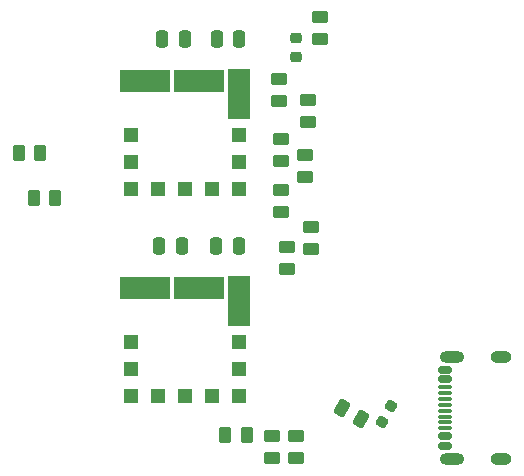
<source format=gbr>
%TF.GenerationSoftware,KiCad,Pcbnew,8.0.3*%
%TF.CreationDate,2024-06-19T18:36:13+09:00*%
%TF.ProjectId,USB_power,5553425f-706f-4776-9572-2e6b69636164,rev?*%
%TF.SameCoordinates,PX77e7cd0PY83695b8*%
%TF.FileFunction,Paste,Top*%
%TF.FilePolarity,Positive*%
%FSLAX46Y46*%
G04 Gerber Fmt 4.6, Leading zero omitted, Abs format (unit mm)*
G04 Created by KiCad (PCBNEW 8.0.3) date 2024-06-19 18:36:13*
%MOMM*%
%LPD*%
G01*
G04 APERTURE LIST*
G04 Aperture macros list*
%AMRoundRect*
0 Rectangle with rounded corners*
0 $1 Rounding radius*
0 $2 $3 $4 $5 $6 $7 $8 $9 X,Y pos of 4 corners*
0 Add a 4 corners polygon primitive as box body*
4,1,4,$2,$3,$4,$5,$6,$7,$8,$9,$2,$3,0*
0 Add four circle primitives for the rounded corners*
1,1,$1+$1,$2,$3*
1,1,$1+$1,$4,$5*
1,1,$1+$1,$6,$7*
1,1,$1+$1,$8,$9*
0 Add four rect primitives between the rounded corners*
20,1,$1+$1,$2,$3,$4,$5,0*
20,1,$1+$1,$4,$5,$6,$7,0*
20,1,$1+$1,$6,$7,$8,$9,0*
20,1,$1+$1,$8,$9,$2,$3,0*%
G04 Aperture macros list end*
%ADD10RoundRect,0.250000X-0.262500X-0.450000X0.262500X-0.450000X0.262500X0.450000X-0.262500X0.450000X0*%
%ADD11RoundRect,0.250000X-0.450000X0.262500X-0.450000X-0.262500X0.450000X-0.262500X0.450000X0.262500X0*%
%ADD12RoundRect,0.250000X0.450000X-0.262500X0.450000X0.262500X-0.450000X0.262500X-0.450000X-0.262500X0*%
%ADD13O,1.800000X1.000000*%
%ADD14O,2.100000X1.000000*%
%ADD15RoundRect,0.150000X0.425000X-0.150000X0.425000X0.150000X-0.425000X0.150000X-0.425000X-0.150000X0*%
%ADD16RoundRect,0.075000X0.500000X-0.075000X0.500000X0.075000X-0.500000X0.075000X-0.500000X-0.075000X0*%
%ADD17RoundRect,0.250000X-0.250000X-0.475000X0.250000X-0.475000X0.250000X0.475000X-0.250000X0.475000X0*%
%ADD18RoundRect,0.250000X0.250000X0.475000X-0.250000X0.475000X-0.250000X-0.475000X0.250000X-0.475000X0*%
%ADD19RoundRect,0.218750X0.112544X-0.317568X0.331294X0.061318X-0.112544X0.317568X-0.331294X-0.061318X0*%
%ADD20R,1.143000X1.143000*%
%ADD21R,1.905000X4.191000*%
%ADD22R,4.191000X1.905000*%
%ADD23RoundRect,0.250000X0.452332X0.258461X-0.002332X0.520961X-0.452332X-0.258461X0.002332X-0.520961X0*%
%ADD24RoundRect,0.218750X-0.256250X0.218750X-0.256250X-0.218750X0.256250X-0.218750X0.256250X0.218750X0*%
G04 APERTURE END LIST*
D10*
%TO.C,R14*%
X4214500Y31369000D03*
X2389500Y31369000D03*
%TD*%
%TO.C,R13*%
X2944500Y35179000D03*
X1119500Y35179000D03*
%TD*%
D11*
%TO.C,R9*%
X23170318Y39600500D03*
X23170318Y41425500D03*
%TD*%
%TO.C,R2*%
X22606000Y9374500D03*
X22606000Y11199500D03*
%TD*%
D10*
%TO.C,R1*%
X20447000Y11303000D03*
X18622000Y11303000D03*
%TD*%
D12*
%TO.C,R7*%
X25400000Y34948500D03*
X25400000Y33123500D03*
%TD*%
D13*
%TO.C,J4*%
X41969000Y17909000D03*
D14*
X37789000Y17909000D03*
D13*
X41969000Y9269000D03*
D14*
X37789000Y9269000D03*
D15*
X37214000Y10389000D03*
X37214000Y11189000D03*
D16*
X37214000Y11839000D03*
X37214000Y12839000D03*
X37214000Y14339000D03*
X37214000Y15339000D03*
D15*
X37214000Y15989000D03*
X37214000Y16789000D03*
X37214000Y16789000D03*
X37214000Y15989000D03*
D16*
X37214000Y14839000D03*
X37214000Y13839000D03*
X37214000Y13339000D03*
X37214000Y12339000D03*
D15*
X37214000Y11189000D03*
X37214000Y10389000D03*
%TD*%
D17*
%TO.C,C1*%
X14920000Y27305000D03*
X13020000Y27305000D03*
%TD*%
D18*
%TO.C,C10*%
X17917518Y44825482D03*
X19817518Y44825482D03*
%TD*%
D11*
%TO.C,R10*%
X25654000Y37822500D03*
X25654000Y39647500D03*
%TD*%
D19*
%TO.C,D1*%
X32651751Y13762996D03*
X31864249Y12399004D03*
%TD*%
D20*
%TO.C,MD2*%
X17531518Y32125482D03*
X19817518Y34411482D03*
X10673518Y34411482D03*
X10673518Y32125482D03*
X12959518Y32125482D03*
X15245518Y32125482D03*
X19817518Y32125482D03*
X19817518Y36697482D03*
D21*
X19817518Y40126482D03*
D22*
X16388518Y41269482D03*
X11816518Y41269482D03*
D20*
X10673518Y36697482D03*
%TD*%
D23*
%TO.C,R11*%
X30127248Y12624750D03*
X28546752Y13537250D03*
%TD*%
D18*
%TO.C,C5*%
X17846000Y27305000D03*
X19746000Y27305000D03*
%TD*%
D20*
%TO.C,MD1*%
X17526000Y14605000D03*
X19812000Y16891000D03*
X10668000Y16891000D03*
X10668000Y14605000D03*
X12954000Y14605000D03*
X15240000Y14605000D03*
X19812000Y14605000D03*
X19812000Y19177000D03*
D21*
X19812000Y22606000D03*
D22*
X16383000Y23749000D03*
X11811000Y23749000D03*
D20*
X10668000Y19177000D03*
%TD*%
D12*
%TO.C,R4*%
X23876000Y27201500D03*
X23876000Y25376500D03*
%TD*%
%TO.C,R5*%
X25908000Y28876000D03*
X25908000Y27051000D03*
%TD*%
D24*
%TO.C,D2*%
X24638000Y43281500D03*
X24638000Y44856500D03*
%TD*%
D12*
%TO.C,R3*%
X24638000Y11199500D03*
X24638000Y9374500D03*
%TD*%
%TO.C,R6*%
X23368000Y32027500D03*
X23368000Y30202500D03*
%TD*%
%TO.C,R8*%
X23368000Y36345500D03*
X23368000Y34520500D03*
%TD*%
%TO.C,R12*%
X26670000Y46632500D03*
X26670000Y44807500D03*
%TD*%
D17*
%TO.C,C2*%
X15179518Y44825482D03*
X13279518Y44825482D03*
%TD*%
M02*

</source>
